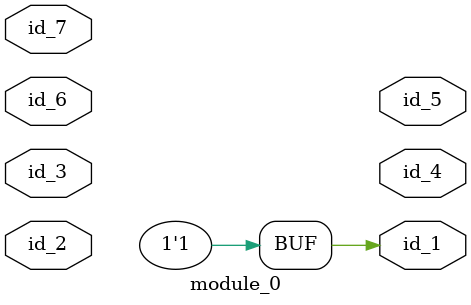
<source format=v>
`timescale 1 ps / 1ps
module module_0 (
    id_1,
    id_2,
    id_3,
    id_4,
    id_5,
    id_6,
    id_7
);
  input id_7;
  inout id_6;
  output id_5;
  output id_4;
  inout id_3;
  inout id_2;
  output id_1;
  assign id_1 = 1;
  assign id_4[1] = 1;
endmodule

</source>
